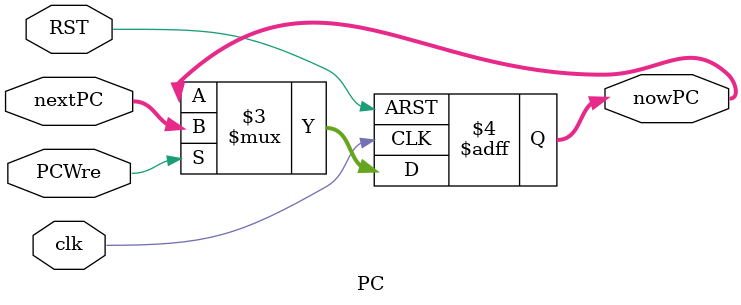
<source format=v>
`timescale 1ns / 1ps


module PC(clk, RST, PCWre, nextPC, nowPC);
    input clk;
    input RST;
    input PCWre;
    input [31:0] nextPC;
    output reg [31:0] nowPC;
    
    always @(posedge clk or negedge RST) begin
        if (RST == 0) begin     //  µ±RSTÎª0Ê±½«µ±Ç°PCµØÖ·ÖØÖÃÎª0
            nowPC <= 0;
        end
        else begin      //  Ö»ÓÐµ±PCWreÎª1Ê±²Å½øÐÐPCÐ´²Ù×÷£¬ÆäËûÊ±ºò²»¶Ôµ±Ç°PC½øÐÐÐÞ¸Ä
            nowPC <= PCWre ? nextPC : nowPC;
        end
    end
endmodule

</source>
